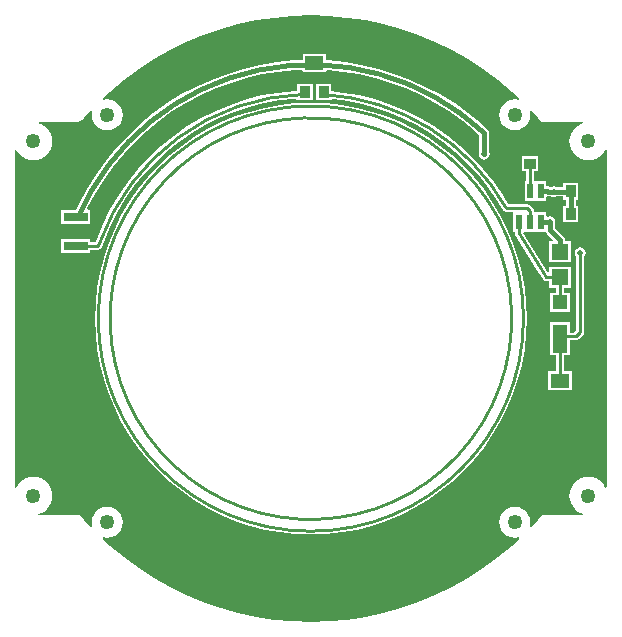
<source format=gbl>
G04*
G04 #@! TF.GenerationSoftware,Altium Limited,Altium Designer,20.0.2 (26)*
G04*
G04 Layer_Physical_Order=2*
G04 Layer_Color=16711680*
%FSLAX44Y44*%
%MOMM*%
G71*
G01*
G75*
%ADD11C,0.2540*%
%ADD45C,0.4000*%
%ADD46C,1.2540*%
%ADD47C,0.5000*%
%ADD48R,1.2500X1.2000*%
%ADD49R,1.2500X2.4000*%
%ADD50R,1.3970X1.3970*%
%ADD51R,3.0000X2.1000*%
%ADD52R,2.1000X0.8000*%
%ADD53R,0.5080X1.2700*%
%ADD54R,0.8890X1.0160*%
%ADD55R,1.0160X0.8890*%
%ADD56R,1.6000X1.2000*%
G36*
X15500Y256252D02*
X30944Y254848D01*
X46275Y252515D01*
X61437Y249260D01*
X76375Y245096D01*
X91034Y240037D01*
X105361Y234103D01*
X119304Y227314D01*
X132811Y219696D01*
X145834Y211276D01*
X158324Y202086D01*
X170237Y192158D01*
X176230Y186516D01*
X175897Y185265D01*
X175799Y185178D01*
X172500Y185612D01*
X169106Y185165D01*
X165944Y183855D01*
X163228Y181772D01*
X161145Y179056D01*
X159835Y175894D01*
X159388Y172500D01*
X159835Y169106D01*
X161145Y165944D01*
X163228Y163228D01*
X165944Y161145D01*
X169106Y159835D01*
X172500Y159388D01*
X175894Y159835D01*
X179056Y161145D01*
X181772Y163228D01*
X183855Y165944D01*
X185165Y169106D01*
X185612Y172500D01*
X185178Y175799D01*
X185265Y175897D01*
X186516Y176230D01*
X192158Y170237D01*
X194431Y167509D01*
X194431Y167509D01*
X194622Y167346D01*
X195703Y166623D01*
X196979Y166369D01*
X198255Y166623D01*
X198319Y166666D01*
X230447D01*
X230635Y165396D01*
X228847Y164854D01*
X226068Y163368D01*
X223632Y161369D01*
X221632Y158932D01*
X220146Y156153D01*
X219231Y153137D01*
X218923Y150000D01*
X219231Y146863D01*
X220146Y143847D01*
X221632Y141068D01*
X223632Y138631D01*
X226068Y136632D01*
X228847Y135146D01*
X231863Y134232D01*
X235000Y133923D01*
X238137Y134232D01*
X241153Y135146D01*
X243932Y136632D01*
X246369Y138631D01*
X248368Y141068D01*
X249396Y142991D01*
X250666Y142673D01*
Y-142673D01*
X249396Y-142991D01*
X248368Y-141068D01*
X246369Y-138631D01*
X243932Y-136632D01*
X241153Y-135146D01*
X238137Y-134232D01*
X235000Y-133923D01*
X231863Y-134232D01*
X228847Y-135146D01*
X226068Y-136632D01*
X223632Y-138631D01*
X221632Y-141068D01*
X220146Y-143847D01*
X219231Y-146863D01*
X218923Y-150000D01*
X219231Y-153137D01*
X220146Y-156153D01*
X221632Y-158932D01*
X223632Y-161369D01*
X226068Y-163368D01*
X228847Y-164854D01*
X230635Y-165396D01*
X230447Y-166666D01*
X198427D01*
X198294Y-166577D01*
X197019Y-166324D01*
X195743Y-166577D01*
X194661Y-167300D01*
X194470Y-167463D01*
X194470Y-167463D01*
X192158Y-170237D01*
X186516Y-176230D01*
X185265Y-175897D01*
X185178Y-175799D01*
X185612Y-172500D01*
X185165Y-169106D01*
X183855Y-165944D01*
X181772Y-163228D01*
X179056Y-161145D01*
X175894Y-159835D01*
X172500Y-159388D01*
X169106Y-159835D01*
X165944Y-161145D01*
X163228Y-163228D01*
X161145Y-165944D01*
X159835Y-169106D01*
X159388Y-172500D01*
X159835Y-175894D01*
X161145Y-179056D01*
X163228Y-181772D01*
X165944Y-183855D01*
X169106Y-185165D01*
X172500Y-185612D01*
X175799Y-185178D01*
X175897Y-185265D01*
X176230Y-186516D01*
X170237Y-192158D01*
X158324Y-202086D01*
X145834Y-211276D01*
X132811Y-219696D01*
X119304Y-227314D01*
X105361Y-234103D01*
X91034Y-240037D01*
X76375Y-245096D01*
X61437Y-249260D01*
X46275Y-252515D01*
X30944Y-254848D01*
X15500Y-256252D01*
X0Y-256720D01*
X-15500Y-256252D01*
X-30944Y-254848D01*
X-46275Y-252515D01*
X-61437Y-249260D01*
X-76375Y-245096D01*
X-91034Y-240037D01*
X-105361Y-234103D01*
X-119304Y-227314D01*
X-132811Y-219696D01*
X-145834Y-211276D01*
X-158324Y-202086D01*
X-170237Y-192158D01*
X-176230Y-186516D01*
X-175897Y-185265D01*
X-175799Y-185178D01*
X-172500Y-185612D01*
X-169106Y-185165D01*
X-165944Y-183855D01*
X-163228Y-181772D01*
X-161145Y-179056D01*
X-159835Y-175894D01*
X-159388Y-172500D01*
X-159835Y-169106D01*
X-161145Y-165944D01*
X-163228Y-163228D01*
X-165944Y-161145D01*
X-169106Y-159835D01*
X-172500Y-159388D01*
X-175894Y-159835D01*
X-179056Y-161145D01*
X-181772Y-163228D01*
X-183855Y-165944D01*
X-185165Y-169106D01*
X-185612Y-172500D01*
X-185178Y-175799D01*
X-185265Y-175897D01*
X-186516Y-176230D01*
X-192158Y-170237D01*
X-194470Y-167463D01*
X-194470Y-167463D01*
X-194661Y-167300D01*
X-195743Y-166577D01*
X-197019Y-166324D01*
X-198294Y-166577D01*
X-198427Y-166666D01*
X-230447D01*
X-230635Y-165396D01*
X-228847Y-164854D01*
X-226068Y-163368D01*
X-223632Y-161369D01*
X-221632Y-158932D01*
X-220146Y-156153D01*
X-219231Y-153137D01*
X-218923Y-150000D01*
X-219231Y-146863D01*
X-220146Y-143847D01*
X-221632Y-141068D01*
X-223632Y-138631D01*
X-226068Y-136632D01*
X-228847Y-135146D01*
X-231863Y-134232D01*
X-235000Y-133923D01*
X-238137Y-134232D01*
X-241153Y-135146D01*
X-243932Y-136632D01*
X-246369Y-138631D01*
X-248368Y-141068D01*
X-249396Y-142991D01*
X-250666Y-142673D01*
Y142673D01*
X-249396Y142991D01*
X-248368Y141068D01*
X-246369Y138631D01*
X-243932Y136632D01*
X-241153Y135146D01*
X-238137Y134232D01*
X-235000Y133923D01*
X-231863Y134232D01*
X-228847Y135146D01*
X-226068Y136632D01*
X-223632Y138631D01*
X-221632Y141068D01*
X-220146Y143847D01*
X-219231Y146863D01*
X-218923Y150000D01*
X-219231Y153137D01*
X-220146Y156153D01*
X-221632Y158932D01*
X-223632Y161369D01*
X-226068Y163368D01*
X-228847Y164854D01*
X-230635Y165396D01*
X-230447Y166666D01*
X-197496D01*
X-196220Y166920D01*
X-196186Y166942D01*
X-195270Y167125D01*
X-194188Y167847D01*
X-194013Y168011D01*
X-194013Y168011D01*
X-192158Y170237D01*
X-186516Y176230D01*
X-185265Y175897D01*
X-185178Y175799D01*
X-185612Y172500D01*
X-185165Y169106D01*
X-183855Y165944D01*
X-181772Y163228D01*
X-179056Y161145D01*
X-175894Y159835D01*
X-172500Y159388D01*
X-169106Y159835D01*
X-165944Y161145D01*
X-163228Y163228D01*
X-161145Y165944D01*
X-159835Y169106D01*
X-159388Y172500D01*
X-159835Y175894D01*
X-161145Y179056D01*
X-163228Y181772D01*
X-165944Y183855D01*
X-169106Y185165D01*
X-172500Y185612D01*
X-175799Y185178D01*
X-175897Y185265D01*
X-176230Y186516D01*
X-170237Y192158D01*
X-158324Y202086D01*
X-145834Y211276D01*
X-132811Y219696D01*
X-119304Y227314D01*
X-105361Y234103D01*
X-91034Y240037D01*
X-76375Y245096D01*
X-61437Y249260D01*
X-46275Y252515D01*
X-30944Y254848D01*
X-15500Y256252D01*
X0Y256720D01*
X15500Y256252D01*
D02*
G37*
%LPC*%
G36*
X1390Y198850D02*
X-11500D01*
Y192983D01*
X-13796Y192901D01*
X-27523Y191425D01*
X-41109Y188974D01*
X-54485Y185559D01*
X-67584Y181200D01*
X-80338Y175917D01*
X-92683Y169737D01*
X-104556Y162693D01*
X-115896Y154819D01*
X-126646Y146157D01*
X-136750Y136750D01*
X-146157Y126646D01*
X-154819Y115896D01*
X-162693Y104556D01*
X-169737Y92683D01*
X-175917Y80338D01*
X-181200Y67584D01*
X-182002Y65174D01*
X-182682Y64494D01*
X-186630D01*
Y67160D01*
X-211630D01*
Y55160D01*
X-186630D01*
Y57826D01*
X-181301D01*
X-180025Y58080D01*
X-178943Y58802D01*
X-176714Y61032D01*
X-175991Y62113D01*
X-175933Y62298D01*
X-175933Y62298D01*
X-174949Y65253D01*
X-169848Y77567D01*
X-163882Y89486D01*
X-157080Y100949D01*
X-149479Y111898D01*
X-141115Y122277D01*
X-132032Y132032D01*
X-122277Y141115D01*
X-111898Y149479D01*
X-100949Y157080D01*
X-89486Y163882D01*
X-77567Y169848D01*
X-65253Y174949D01*
X-52606Y179158D01*
X-39691Y182455D01*
X-26573Y184821D01*
X-13321Y186246D01*
X-12414Y186279D01*
X-11500Y185397D01*
Y184690D01*
X1390D01*
Y198850D01*
D02*
G37*
G36*
X12946Y224410D02*
X-7054D01*
Y218886D01*
X-14331Y218648D01*
X-28601Y217243D01*
X-42748Y214907D01*
X-56712Y211651D01*
X-70433Y207489D01*
X-83853Y202438D01*
X-96913Y196520D01*
X-109559Y189761D01*
X-121735Y182189D01*
X-133390Y173837D01*
X-144474Y164741D01*
X-154939Y154939D01*
X-164741Y144474D01*
X-173837Y133390D01*
X-182189Y121735D01*
X-189761Y109559D01*
X-196520Y96913D01*
X-198674Y92160D01*
X-211630D01*
Y80160D01*
X-186630D01*
Y92160D01*
X-188580D01*
X-188967Y92760D01*
X-189167Y93430D01*
X-182719Y105493D01*
X-175428Y117218D01*
X-167386Y128440D01*
X-158628Y139113D01*
X-149190Y149190D01*
X-139113Y158628D01*
X-128440Y167386D01*
X-117218Y175428D01*
X-105493Y182719D01*
X-93317Y189228D01*
X-80741Y194926D01*
X-67819Y199789D01*
X-54607Y203797D01*
X-41161Y206932D01*
X-27539Y209181D01*
X-13799Y210534D01*
X-7966Y210725D01*
X-7054Y209842D01*
Y208410D01*
X12946D01*
Y209660D01*
X14216Y210493D01*
X27539Y209181D01*
X41161Y206932D01*
X54607Y203797D01*
X67819Y199789D01*
X80741Y194926D01*
X93317Y189228D01*
X105493Y182719D01*
X117218Y175428D01*
X128440Y167386D01*
X139113Y158628D01*
X142763Y155209D01*
Y141213D01*
X142603Y140972D01*
X142253Y139216D01*
X142603Y137461D01*
X143597Y135972D01*
X145086Y134978D01*
X146841Y134628D01*
X148597Y134978D01*
X150086Y135972D01*
X151080Y137461D01*
X151430Y139216D01*
X151080Y140972D01*
X150920Y141213D01*
Y157043D01*
X150609Y158604D01*
X149725Y159927D01*
X149337Y160187D01*
X144474Y164741D01*
X133390Y173837D01*
X121735Y182189D01*
X109559Y189761D01*
X96913Y196520D01*
X83853Y202438D01*
X70433Y207489D01*
X56712Y211651D01*
X42748Y214907D01*
X28601Y217243D01*
X14331Y218648D01*
X12946Y218694D01*
Y224410D01*
D02*
G37*
G36*
X192500Y137660D02*
X178340D01*
Y124770D01*
X182086D01*
Y116453D01*
X180880D01*
Y99753D01*
X189110D01*
X189960Y99753D01*
X191230Y99753D01*
X199460D01*
Y102652D01*
X200442Y103457D01*
X200663Y103413D01*
X203501D01*
X203741Y103253D01*
X205497Y102904D01*
X207253Y103253D01*
X207493Y103413D01*
X213638D01*
Y100766D01*
X216256D01*
Y95671D01*
X213638D01*
Y81511D01*
X226528D01*
Y95671D01*
X224412D01*
Y100766D01*
X226528D01*
Y114926D01*
X213638D01*
Y111570D01*
X207493D01*
X207253Y111731D01*
X205497Y112080D01*
X203741Y111731D01*
X203501Y111570D01*
X202063D01*
X201612Y111871D01*
X200051Y112182D01*
X199460Y113197D01*
Y116453D01*
X191230D01*
X190380Y116453D01*
X189652D01*
X188754Y117351D01*
Y124770D01*
X192500D01*
Y137660D01*
D02*
G37*
G36*
X17392Y198850D02*
X4502D01*
Y184690D01*
X17392D01*
Y184858D01*
X18337Y185707D01*
X26573Y184821D01*
X39691Y182455D01*
X52606Y179158D01*
X65253Y174949D01*
X77567Y169848D01*
X89486Y163882D01*
X100949Y157080D01*
X111898Y149479D01*
X122277Y141115D01*
X132032Y132032D01*
X141115Y122277D01*
X149479Y111898D01*
X157080Y100949D01*
X162255Y92229D01*
X162330Y92271D01*
X162822Y91534D01*
X163904Y90811D01*
X165180Y90558D01*
X165624Y90646D01*
X170190D01*
X171380Y90453D01*
X171380Y89376D01*
Y73753D01*
X172586D01*
Y72319D01*
X172640Y72047D01*
X172632Y71769D01*
X172766Y71415D01*
X172840Y71043D01*
X172994Y70812D01*
X173092Y70553D01*
X190862Y42111D01*
X190862Y42111D01*
X196336Y33350D01*
X196595Y33074D01*
X196806Y32759D01*
X197037Y32604D01*
X197227Y32402D01*
X197572Y32246D01*
X197887Y32036D01*
X198160Y31982D01*
X198413Y31868D01*
X198792Y31856D01*
X199163Y31782D01*
X202018D01*
Y26131D01*
X207669D01*
Y21844D01*
X202753D01*
Y5844D01*
X219253D01*
Y21844D01*
X214337D01*
Y26131D01*
X219988D01*
Y44101D01*
X202018D01*
Y39237D01*
X200748Y38872D01*
X196517Y45644D01*
X179749Y72483D01*
X180453Y73753D01*
X181730Y73753D01*
X189110D01*
X189960Y73753D01*
X191230Y73753D01*
X198570D01*
X198663Y73285D01*
X199547Y71962D01*
X204645Y66865D01*
X204159Y65691D01*
X202018D01*
Y47721D01*
X219988D01*
Y65691D01*
X215081D01*
Y66274D01*
X214771Y67835D01*
X213887Y69158D01*
X213887Y69158D01*
X206509Y76536D01*
Y80107D01*
X206670Y80347D01*
X207019Y82103D01*
X206670Y83859D01*
X205675Y85347D01*
X204186Y86342D01*
X202431Y86691D01*
X200730Y86353D01*
X200662Y86347D01*
X199460Y86835D01*
Y90453D01*
X191230D01*
X190380Y90453D01*
X189523Y90453D01*
X188754Y91222D01*
X188500Y92498D01*
X187778Y93580D01*
X185020Y96337D01*
X183938Y97060D01*
X182662Y97314D01*
X166990D01*
X162693Y104556D01*
X154819Y115896D01*
X146157Y126646D01*
X136750Y136750D01*
X126646Y146157D01*
X115896Y154819D01*
X104556Y162693D01*
X92683Y169737D01*
X80338Y175917D01*
X67584Y181200D01*
X54485Y185559D01*
X41109Y188974D01*
X27523Y191425D01*
X17392Y192514D01*
Y198850D01*
D02*
G37*
G36*
X228175Y60518D02*
X226419Y60169D01*
X224930Y59174D01*
X223936Y57686D01*
X223587Y55930D01*
X223936Y54174D01*
X224841Y52820D01*
Y-9950D01*
X223031Y-11760D01*
X219253D01*
Y-2906D01*
X202753D01*
Y-30906D01*
X207669D01*
Y-44576D01*
X201003D01*
Y-60576D01*
X221003D01*
Y-44576D01*
X214337D01*
Y-30906D01*
X219253D01*
Y-18428D01*
X224412D01*
X225688Y-18174D01*
X226770Y-17451D01*
X230532Y-13689D01*
X231255Y-12607D01*
X231509Y-11331D01*
Y52820D01*
X232414Y54174D01*
X232763Y55930D01*
X232414Y57686D01*
X231419Y59174D01*
X229931Y60169D01*
X228175Y60518D01*
D02*
G37*
G36*
X0Y182751D02*
X-13037Y182286D01*
X-26008Y180891D01*
X-38847Y178575D01*
X-51487Y175349D01*
X-63865Y171229D01*
X-75918Y166236D01*
X-87583Y160397D01*
X-98803Y153740D01*
X-109519Y146300D01*
X-119677Y138114D01*
X-129225Y129225D01*
X-138114Y119677D01*
X-146300Y109519D01*
X-153740Y98803D01*
X-160397Y87583D01*
X-166236Y75918D01*
X-171229Y63865D01*
X-175349Y51487D01*
X-178575Y38847D01*
X-180891Y26008D01*
X-182286Y13037D01*
X-182751Y0D01*
X-182286Y-13037D01*
X-180891Y-26008D01*
X-178575Y-38847D01*
X-175349Y-51487D01*
X-171229Y-63865D01*
X-166236Y-75918D01*
X-160397Y-87583D01*
X-153740Y-98803D01*
X-146300Y-109519D01*
X-138114Y-119677D01*
X-129225Y-129225D01*
X-119677Y-138114D01*
X-109519Y-146300D01*
X-98803Y-153740D01*
X-87583Y-160397D01*
X-75918Y-166236D01*
X-63865Y-171229D01*
X-51487Y-175349D01*
X-38847Y-178575D01*
X-26008Y-180891D01*
X-13037Y-182286D01*
X0Y-182751D01*
X13037Y-182286D01*
X26008Y-180891D01*
X38847Y-178575D01*
X51487Y-175349D01*
X63865Y-171229D01*
X75918Y-166236D01*
X87583Y-160397D01*
X98803Y-153740D01*
X109519Y-146300D01*
X119677Y-138114D01*
X129225Y-129225D01*
X138114Y-119677D01*
X146300Y-109519D01*
X153740Y-98803D01*
X160397Y-87583D01*
X166236Y-75918D01*
X171229Y-63865D01*
X175349Y-51487D01*
X178575Y-38847D01*
X180891Y-26008D01*
X182286Y-13037D01*
X182751Y0D01*
X182286Y13037D01*
X180891Y26008D01*
X178575Y38847D01*
X175349Y51487D01*
X171229Y63865D01*
X166236Y75918D01*
X160397Y87583D01*
X153740Y98803D01*
X146300Y109519D01*
X138114Y119677D01*
X129225Y129225D01*
X119677Y138114D01*
X109519Y146300D01*
X98803Y153740D01*
X87583Y160397D01*
X75918Y166236D01*
X63865Y171229D01*
X51487Y175349D01*
X38847Y178575D01*
X26008Y180891D01*
X13037Y182286D01*
X0Y182751D01*
D02*
G37*
%LPD*%
D11*
X165180Y93892D02*
G03*
X11754Y189636I-165180J-93892D01*
G01*
X-5006Y189934D02*
G03*
X-179103Y63420I5006J-189934D01*
G01*
X175920Y72319D02*
X193690Y43877D01*
X199163Y35116D01*
X211003D01*
Y13844D02*
Y35116D01*
X209541Y15305D02*
X211003Y13844D01*
X228175Y-11331D02*
Y55930D01*
X224412Y-15094D02*
X228175Y-11331D01*
X212815Y-15094D02*
X224412D01*
X211003Y-52576D02*
Y-16906D01*
X212815Y-15094D01*
X175920Y72319D02*
Y82103D01*
X-181301Y61160D02*
X-179072Y63389D01*
X-199130Y61160D02*
X-181301D01*
X185420Y108103D02*
Y131215D01*
X165335Y93980D02*
X182662D01*
X185420Y91222D01*
Y82103D02*
Y91222D01*
X180000Y0D02*
G03*
X180000Y0I-180000J0D01*
G01*
X-115729Y-124526D02*
G03*
X-115733Y-124522I115729J124526D01*
G01*
D45*
X146841Y157043D02*
G03*
X-197321Y85377I-146841J-157043D01*
G01*
X195127Y80553D02*
X196677Y82103D01*
X146841Y139216D02*
Y157043D01*
X202431Y74846D02*
X211003Y66274D01*
Y56706D02*
Y66274D01*
X194920Y108103D02*
X200051D01*
X200663Y107492D02*
X205497D01*
X200051Y108103D02*
X200663Y107492D01*
X2946Y216410D02*
Y216910D01*
X202431Y74846D02*
Y82103D01*
X196677D02*
X202431D01*
X220334Y88591D02*
Y107846D01*
X205497Y107492D02*
X218557D01*
D46*
X-235000Y150000D02*
D03*
Y-150000D02*
D03*
X235000D02*
D03*
X-172500Y-172500D02*
D03*
X172500D02*
D03*
Y172500D02*
D03*
X-172500D02*
D03*
X235000Y150000D02*
D03*
D47*
X228175Y55930D02*
D03*
X25400Y247650D02*
D03*
X-241300Y95103D02*
D03*
X238407Y76200D02*
D03*
X237490Y120650D02*
D03*
X146841Y139216D02*
D03*
X155885Y194310D02*
D03*
X-148590Y-200660D02*
D03*
X-164043Y112303D02*
D03*
X0Y-240030D02*
D03*
Y-196346D02*
D03*
X-68883Y-183158D02*
D03*
X-139216Y-139951D02*
D03*
X-183299Y-74327D02*
D03*
X-79612Y184078D02*
D03*
X-137160Y146050D02*
D03*
X-241300Y-2946D02*
D03*
Y68883D02*
D03*
X-190500Y38100D02*
D03*
X-193040Y-17652D02*
D03*
X95103Y174036D02*
D03*
X-155885Y194310D02*
D03*
X63439Y240037D02*
D03*
X74327Y-180340D02*
D03*
X135331Y-139216D02*
D03*
X202499Y-146391D02*
D03*
X238407Y-44450D02*
D03*
Y5893D02*
D03*
Y44450D02*
D03*
X205497Y107492D02*
D03*
X202431Y82103D02*
D03*
X202499Y146391D02*
D03*
X-17652Y247650D02*
D03*
X96913Y228610D02*
D03*
X38100Y194310D02*
D03*
X-92683Y232410D02*
D03*
X179615Y-84576D02*
D03*
X-197416Y-152938D02*
D03*
X74327Y-232410D02*
D03*
X238407Y-95103D02*
D03*
X-241300Y-81280D02*
D03*
X130810Y-212090D02*
D03*
X-92710Y-232410D02*
D03*
D48*
X211003Y13844D02*
D03*
D49*
Y-16906D02*
D03*
D50*
Y35116D02*
D03*
Y56706D02*
D03*
D51*
X-230130Y34960D02*
D03*
Y112360D02*
D03*
D52*
X-199130Y86160D02*
D03*
Y73660D02*
D03*
Y61160D02*
D03*
D53*
X194920Y108103D02*
D03*
X185420D02*
D03*
X175920D02*
D03*
Y82103D02*
D03*
X185420D02*
D03*
X194920D02*
D03*
D54*
X220083Y88591D02*
D03*
X236085D02*
D03*
X220083Y107846D02*
D03*
X236085D02*
D03*
X10947Y191770D02*
D03*
X-5055D02*
D03*
D55*
X185420Y131215D02*
D03*
Y147217D02*
D03*
D56*
X211003Y-52576D02*
D03*
Y-84576D02*
D03*
X2946Y216410D02*
D03*
Y248410D02*
D03*
M02*

</source>
